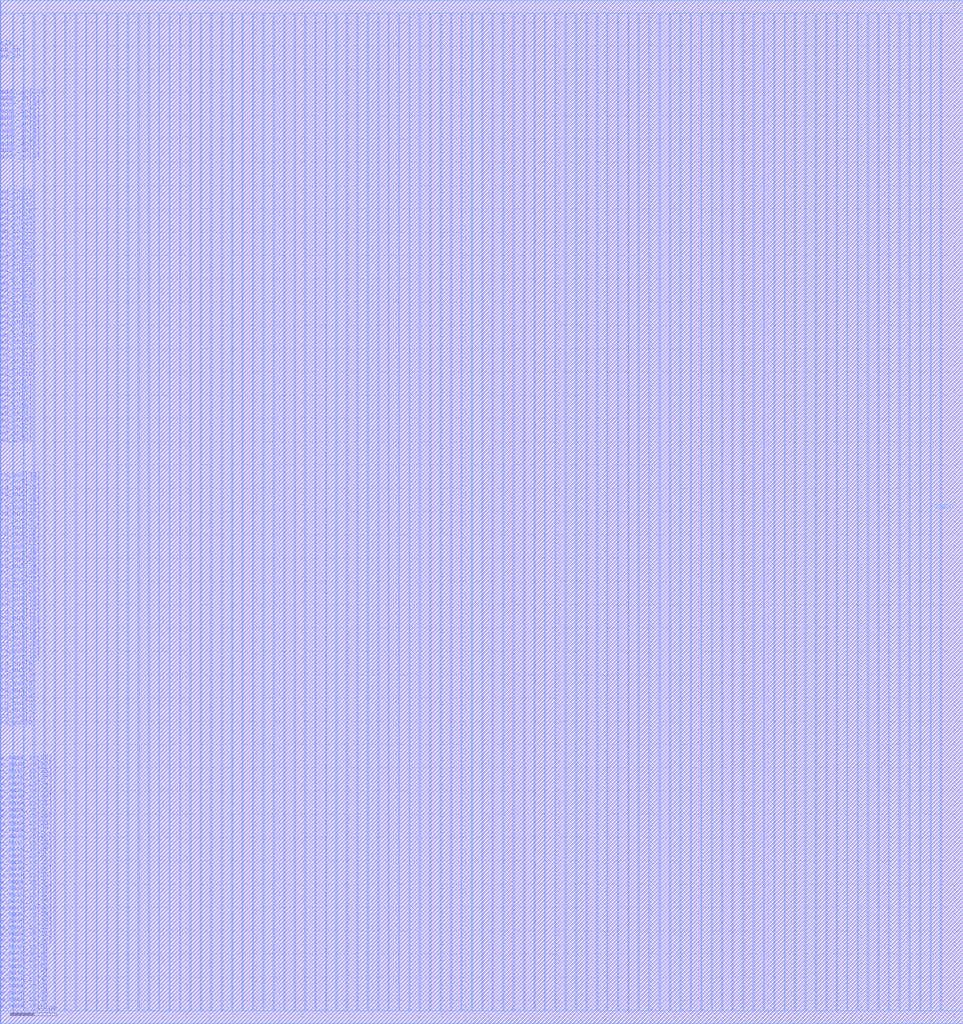
<source format=lef>
VERSION 5.7 ;
BUSBITCHARS "[]" ;
MACRO fakeram45_2048x39_upper
  FOREIGN fakeram45_2048x39_upper 0 0 ;
  SYMMETRY X Y R90 ;
  SIZE 206.910 BY 219.800 ;
  CLASS COVER ;
  PIN w_mask_in[0]
    DIRECTION INPUT ;
    USE SIGNAL ;
    SHAPE ABUTMENT ;
    PORT
      LAYER M3_m ;
      RECT 0.000 2.800 0.070 2.870 ;
    END
  END w_mask_in[0]
  PIN w_mask_in[1]
    DIRECTION INPUT ;
    USE SIGNAL ;
    SHAPE ABUTMENT ;
    PORT
      LAYER M3_m ;
      RECT 0.000 4.200 0.070 4.270 ;
    END
  END w_mask_in[1]
  PIN w_mask_in[2]
    DIRECTION INPUT ;
    USE SIGNAL ;
    SHAPE ABUTMENT ;
    PORT
      LAYER M3_m ;
      RECT 0.000 5.600 0.070 5.670 ;
    END
  END w_mask_in[2]
  PIN w_mask_in[3]
    DIRECTION INPUT ;
    USE SIGNAL ;
    SHAPE ABUTMENT ;
    PORT
      LAYER M3_m ;
      RECT 0.000 7.000 0.070 7.070 ;
    END
  END w_mask_in[3]
  PIN w_mask_in[4]
    DIRECTION INPUT ;
    USE SIGNAL ;
    SHAPE ABUTMENT ;
    PORT
      LAYER M3_m ;
      RECT 0.000 8.400 0.070 8.470 ;
    END
  END w_mask_in[4]
  PIN w_mask_in[5]
    DIRECTION INPUT ;
    USE SIGNAL ;
    SHAPE ABUTMENT ;
    PORT
      LAYER M3_m ;
      RECT 0.000 9.800 0.070 9.870 ;
    END
  END w_mask_in[5]
  PIN w_mask_in[6]
    DIRECTION INPUT ;
    USE SIGNAL ;
    SHAPE ABUTMENT ;
    PORT
      LAYER M3_m ;
      RECT 0.000 11.200 0.070 11.270 ;
    END
  END w_mask_in[6]
  PIN w_mask_in[7]
    DIRECTION INPUT ;
    USE SIGNAL ;
    SHAPE ABUTMENT ;
    PORT
      LAYER M3_m ;
      RECT 0.000 12.600 0.070 12.670 ;
    END
  END w_mask_in[7]
  PIN w_mask_in[8]
    DIRECTION INPUT ;
    USE SIGNAL ;
    SHAPE ABUTMENT ;
    PORT
      LAYER M3_m ;
      RECT 0.000 14.000 0.070 14.070 ;
    END
  END w_mask_in[8]
  PIN w_mask_in[9]
    DIRECTION INPUT ;
    USE SIGNAL ;
    SHAPE ABUTMENT ;
    PORT
      LAYER M3_m ;
      RECT 0.000 15.400 0.070 15.470 ;
    END
  END w_mask_in[9]
  PIN w_mask_in[10]
    DIRECTION INPUT ;
    USE SIGNAL ;
    SHAPE ABUTMENT ;
    PORT
      LAYER M3_m ;
      RECT 0.000 16.800 0.070 16.870 ;
    END
  END w_mask_in[10]
  PIN w_mask_in[11]
    DIRECTION INPUT ;
    USE SIGNAL ;
    SHAPE ABUTMENT ;
    PORT
      LAYER M3_m ;
      RECT 0.000 18.200 0.070 18.270 ;
    END
  END w_mask_in[11]
  PIN w_mask_in[12]
    DIRECTION INPUT ;
    USE SIGNAL ;
    SHAPE ABUTMENT ;
    PORT
      LAYER M3_m ;
      RECT 0.000 19.600 0.070 19.670 ;
    END
  END w_mask_in[12]
  PIN w_mask_in[13]
    DIRECTION INPUT ;
    USE SIGNAL ;
    SHAPE ABUTMENT ;
    PORT
      LAYER M3_m ;
      RECT 0.000 21.000 0.070 21.070 ;
    END
  END w_mask_in[13]
  PIN w_mask_in[14]
    DIRECTION INPUT ;
    USE SIGNAL ;
    SHAPE ABUTMENT ;
    PORT
      LAYER M3_m ;
      RECT 0.000 22.400 0.070 22.470 ;
    END
  END w_mask_in[14]
  PIN w_mask_in[15]
    DIRECTION INPUT ;
    USE SIGNAL ;
    SHAPE ABUTMENT ;
    PORT
      LAYER M3_m ;
      RECT 0.000 23.800 0.070 23.870 ;
    END
  END w_mask_in[15]
  PIN w_mask_in[16]
    DIRECTION INPUT ;
    USE SIGNAL ;
    SHAPE ABUTMENT ;
    PORT
      LAYER M3_m ;
      RECT 0.000 25.200 0.070 25.270 ;
    END
  END w_mask_in[16]
  PIN w_mask_in[17]
    DIRECTION INPUT ;
    USE SIGNAL ;
    SHAPE ABUTMENT ;
    PORT
      LAYER M3_m ;
      RECT 0.000 26.600 0.070 26.670 ;
    END
  END w_mask_in[17]
  PIN w_mask_in[18]
    DIRECTION INPUT ;
    USE SIGNAL ;
    SHAPE ABUTMENT ;
    PORT
      LAYER M3_m ;
      RECT 0.000 28.000 0.070 28.070 ;
    END
  END w_mask_in[18]
  PIN w_mask_in[19]
    DIRECTION INPUT ;
    USE SIGNAL ;
    SHAPE ABUTMENT ;
    PORT
      LAYER M3_m ;
      RECT 0.000 29.400 0.070 29.470 ;
    END
  END w_mask_in[19]
  PIN w_mask_in[20]
    DIRECTION INPUT ;
    USE SIGNAL ;
    SHAPE ABUTMENT ;
    PORT
      LAYER M3_m ;
      RECT 0.000 30.800 0.070 30.870 ;
    END
  END w_mask_in[20]
  PIN w_mask_in[21]
    DIRECTION INPUT ;
    USE SIGNAL ;
    SHAPE ABUTMENT ;
    PORT
      LAYER M3_m ;
      RECT 0.000 32.200 0.070 32.270 ;
    END
  END w_mask_in[21]
  PIN w_mask_in[22]
    DIRECTION INPUT ;
    USE SIGNAL ;
    SHAPE ABUTMENT ;
    PORT
      LAYER M3_m ;
      RECT 0.000 33.600 0.070 33.670 ;
    END
  END w_mask_in[22]
  PIN w_mask_in[23]
    DIRECTION INPUT ;
    USE SIGNAL ;
    SHAPE ABUTMENT ;
    PORT
      LAYER M3_m ;
      RECT 0.000 35.000 0.070 35.070 ;
    END
  END w_mask_in[23]
  PIN w_mask_in[24]
    DIRECTION INPUT ;
    USE SIGNAL ;
    SHAPE ABUTMENT ;
    PORT
      LAYER M3_m ;
      RECT 0.000 36.400 0.070 36.470 ;
    END
  END w_mask_in[24]
  PIN w_mask_in[25]
    DIRECTION INPUT ;
    USE SIGNAL ;
    SHAPE ABUTMENT ;
    PORT
      LAYER M3_m ;
      RECT 0.000 37.800 0.070 37.870 ;
    END
  END w_mask_in[25]
  PIN w_mask_in[26]
    DIRECTION INPUT ;
    USE SIGNAL ;
    SHAPE ABUTMENT ;
    PORT
      LAYER M3_m ;
      RECT 0.000 39.200 0.070 39.270 ;
    END
  END w_mask_in[26]
  PIN w_mask_in[27]
    DIRECTION INPUT ;
    USE SIGNAL ;
    SHAPE ABUTMENT ;
    PORT
      LAYER M3_m ;
      RECT 0.000 40.600 0.070 40.670 ;
    END
  END w_mask_in[27]
  PIN w_mask_in[28]
    DIRECTION INPUT ;
    USE SIGNAL ;
    SHAPE ABUTMENT ;
    PORT
      LAYER M3_m ;
      RECT 0.000 42.000 0.070 42.070 ;
    END
  END w_mask_in[28]
  PIN w_mask_in[29]
    DIRECTION INPUT ;
    USE SIGNAL ;
    SHAPE ABUTMENT ;
    PORT
      LAYER M3_m ;
      RECT 0.000 43.400 0.070 43.470 ;
    END
  END w_mask_in[29]
  PIN w_mask_in[30]
    DIRECTION INPUT ;
    USE SIGNAL ;
    SHAPE ABUTMENT ;
    PORT
      LAYER M3_m ;
      RECT 0.000 44.800 0.070 44.870 ;
    END
  END w_mask_in[30]
  PIN w_mask_in[31]
    DIRECTION INPUT ;
    USE SIGNAL ;
    SHAPE ABUTMENT ;
    PORT
      LAYER M3_m ;
      RECT 0.000 46.200 0.070 46.270 ;
    END
  END w_mask_in[31]
  PIN w_mask_in[32]
    DIRECTION INPUT ;
    USE SIGNAL ;
    SHAPE ABUTMENT ;
    PORT
      LAYER M3_m ;
      RECT 0.000 47.600 0.070 47.670 ;
    END
  END w_mask_in[32]
  PIN w_mask_in[33]
    DIRECTION INPUT ;
    USE SIGNAL ;
    SHAPE ABUTMENT ;
    PORT
      LAYER M3_m ;
      RECT 0.000 49.000 0.070 49.070 ;
    END
  END w_mask_in[33]
  PIN w_mask_in[34]
    DIRECTION INPUT ;
    USE SIGNAL ;
    SHAPE ABUTMENT ;
    PORT
      LAYER M3_m ;
      RECT 0.000 50.400 0.070 50.470 ;
    END
  END w_mask_in[34]
  PIN w_mask_in[35]
    DIRECTION INPUT ;
    USE SIGNAL ;
    SHAPE ABUTMENT ;
    PORT
      LAYER M3_m ;
      RECT 0.000 51.800 0.070 51.870 ;
    END
  END w_mask_in[35]
  PIN w_mask_in[36]
    DIRECTION INPUT ;
    USE SIGNAL ;
    SHAPE ABUTMENT ;
    PORT
      LAYER M3_m ;
      RECT 0.000 53.200 0.070 53.270 ;
    END
  END w_mask_in[36]
  PIN w_mask_in[37]
    DIRECTION INPUT ;
    USE SIGNAL ;
    SHAPE ABUTMENT ;
    PORT
      LAYER M3_m ;
      RECT 0.000 54.600 0.070 54.670 ;
    END
  END w_mask_in[37]
  PIN w_mask_in[38]
    DIRECTION INPUT ;
    USE SIGNAL ;
    SHAPE ABUTMENT ;
    PORT
      LAYER M3_m ;
      RECT 0.000 56.000 0.070 56.070 ;
    END
  END w_mask_in[38]
  PIN rd_out[0]
    DIRECTION OUTPUT ;
    USE SIGNAL ;
    SHAPE ABUTMENT ;
    PORT
      LAYER M3_m ;
      RECT 0.000 63.560 0.070 63.630 ;
    END
  END rd_out[0]
  PIN rd_out[1]
    DIRECTION OUTPUT ;
    USE SIGNAL ;
    SHAPE ABUTMENT ;
    PORT
      LAYER M3_m ;
      RECT 0.000 64.960 0.070 65.030 ;
    END
  END rd_out[1]
  PIN rd_out[2]
    DIRECTION OUTPUT ;
    USE SIGNAL ;
    SHAPE ABUTMENT ;
    PORT
      LAYER M3_m ;
      RECT 0.000 66.360 0.070 66.430 ;
    END
  END rd_out[2]
  PIN rd_out[3]
    DIRECTION OUTPUT ;
    USE SIGNAL ;
    SHAPE ABUTMENT ;
    PORT
      LAYER M3_m ;
      RECT 0.000 67.760 0.070 67.830 ;
    END
  END rd_out[3]
  PIN rd_out[4]
    DIRECTION OUTPUT ;
    USE SIGNAL ;
    SHAPE ABUTMENT ;
    PORT
      LAYER M3_m ;
      RECT 0.000 69.160 0.070 69.230 ;
    END
  END rd_out[4]
  PIN rd_out[5]
    DIRECTION OUTPUT ;
    USE SIGNAL ;
    SHAPE ABUTMENT ;
    PORT
      LAYER M3_m ;
      RECT 0.000 70.560 0.070 70.630 ;
    END
  END rd_out[5]
  PIN rd_out[6]
    DIRECTION OUTPUT ;
    USE SIGNAL ;
    SHAPE ABUTMENT ;
    PORT
      LAYER M3_m ;
      RECT 0.000 71.960 0.070 72.030 ;
    END
  END rd_out[6]
  PIN rd_out[7]
    DIRECTION OUTPUT ;
    USE SIGNAL ;
    SHAPE ABUTMENT ;
    PORT
      LAYER M3_m ;
      RECT 0.000 73.360 0.070 73.430 ;
    END
  END rd_out[7]
  PIN rd_out[8]
    DIRECTION OUTPUT ;
    USE SIGNAL ;
    SHAPE ABUTMENT ;
    PORT
      LAYER M3_m ;
      RECT 0.000 74.760 0.070 74.830 ;
    END
  END rd_out[8]
  PIN rd_out[9]
    DIRECTION OUTPUT ;
    USE SIGNAL ;
    SHAPE ABUTMENT ;
    PORT
      LAYER M3_m ;
      RECT 0.000 76.160 0.070 76.230 ;
    END
  END rd_out[9]
  PIN rd_out[10]
    DIRECTION OUTPUT ;
    USE SIGNAL ;
    SHAPE ABUTMENT ;
    PORT
      LAYER M3_m ;
      RECT 0.000 77.560 0.070 77.630 ;
    END
  END rd_out[10]
  PIN rd_out[11]
    DIRECTION OUTPUT ;
    USE SIGNAL ;
    SHAPE ABUTMENT ;
    PORT
      LAYER M3_m ;
      RECT 0.000 78.960 0.070 79.030 ;
    END
  END rd_out[11]
  PIN rd_out[12]
    DIRECTION OUTPUT ;
    USE SIGNAL ;
    SHAPE ABUTMENT ;
    PORT
      LAYER M3_m ;
      RECT 0.000 80.360 0.070 80.430 ;
    END
  END rd_out[12]
  PIN rd_out[13]
    DIRECTION OUTPUT ;
    USE SIGNAL ;
    SHAPE ABUTMENT ;
    PORT
      LAYER M3_m ;
      RECT 0.000 81.760 0.070 81.830 ;
    END
  END rd_out[13]
  PIN rd_out[14]
    DIRECTION OUTPUT ;
    USE SIGNAL ;
    SHAPE ABUTMENT ;
    PORT
      LAYER M3_m ;
      RECT 0.000 83.160 0.070 83.230 ;
    END
  END rd_out[14]
  PIN rd_out[15]
    DIRECTION OUTPUT ;
    USE SIGNAL ;
    SHAPE ABUTMENT ;
    PORT
      LAYER M3_m ;
      RECT 0.000 84.560 0.070 84.630 ;
    END
  END rd_out[15]
  PIN rd_out[16]
    DIRECTION OUTPUT ;
    USE SIGNAL ;
    SHAPE ABUTMENT ;
    PORT
      LAYER M3_m ;
      RECT 0.000 85.960 0.070 86.030 ;
    END
  END rd_out[16]
  PIN rd_out[17]
    DIRECTION OUTPUT ;
    USE SIGNAL ;
    SHAPE ABUTMENT ;
    PORT
      LAYER M3_m ;
      RECT 0.000 87.360 0.070 87.430 ;
    END
  END rd_out[17]
  PIN rd_out[18]
    DIRECTION OUTPUT ;
    USE SIGNAL ;
    SHAPE ABUTMENT ;
    PORT
      LAYER M3_m ;
      RECT 0.000 88.760 0.070 88.830 ;
    END
  END rd_out[18]
  PIN rd_out[19]
    DIRECTION OUTPUT ;
    USE SIGNAL ;
    SHAPE ABUTMENT ;
    PORT
      LAYER M3_m ;
      RECT 0.000 90.160 0.070 90.230 ;
    END
  END rd_out[19]
  PIN rd_out[20]
    DIRECTION OUTPUT ;
    USE SIGNAL ;
    SHAPE ABUTMENT ;
    PORT
      LAYER M3_m ;
      RECT 0.000 91.560 0.070 91.630 ;
    END
  END rd_out[20]
  PIN rd_out[21]
    DIRECTION OUTPUT ;
    USE SIGNAL ;
    SHAPE ABUTMENT ;
    PORT
      LAYER M3_m ;
      RECT 0.000 92.960 0.070 93.030 ;
    END
  END rd_out[21]
  PIN rd_out[22]
    DIRECTION OUTPUT ;
    USE SIGNAL ;
    SHAPE ABUTMENT ;
    PORT
      LAYER M3_m ;
      RECT 0.000 94.360 0.070 94.430 ;
    END
  END rd_out[22]
  PIN rd_out[23]
    DIRECTION OUTPUT ;
    USE SIGNAL ;
    SHAPE ABUTMENT ;
    PORT
      LAYER M3_m ;
      RECT 0.000 95.760 0.070 95.830 ;
    END
  END rd_out[23]
  PIN rd_out[24]
    DIRECTION OUTPUT ;
    USE SIGNAL ;
    SHAPE ABUTMENT ;
    PORT
      LAYER M3_m ;
      RECT 0.000 97.160 0.070 97.230 ;
    END
  END rd_out[24]
  PIN rd_out[25]
    DIRECTION OUTPUT ;
    USE SIGNAL ;
    SHAPE ABUTMENT ;
    PORT
      LAYER M3_m ;
      RECT 0.000 98.560 0.070 98.630 ;
    END
  END rd_out[25]
  PIN rd_out[26]
    DIRECTION OUTPUT ;
    USE SIGNAL ;
    SHAPE ABUTMENT ;
    PORT
      LAYER M3_m ;
      RECT 0.000 99.960 0.070 100.030 ;
    END
  END rd_out[26]
  PIN rd_out[27]
    DIRECTION OUTPUT ;
    USE SIGNAL ;
    SHAPE ABUTMENT ;
    PORT
      LAYER M3_m ;
      RECT 0.000 101.360 0.070 101.430 ;
    END
  END rd_out[27]
  PIN rd_out[28]
    DIRECTION OUTPUT ;
    USE SIGNAL ;
    SHAPE ABUTMENT ;
    PORT
      LAYER M3_m ;
      RECT 0.000 102.760 0.070 102.830 ;
    END
  END rd_out[28]
  PIN rd_out[29]
    DIRECTION OUTPUT ;
    USE SIGNAL ;
    SHAPE ABUTMENT ;
    PORT
      LAYER M3_m ;
      RECT 0.000 104.160 0.070 104.230 ;
    END
  END rd_out[29]
  PIN rd_out[30]
    DIRECTION OUTPUT ;
    USE SIGNAL ;
    SHAPE ABUTMENT ;
    PORT
      LAYER M3_m ;
      RECT 0.000 105.560 0.070 105.630 ;
    END
  END rd_out[30]
  PIN rd_out[31]
    DIRECTION OUTPUT ;
    USE SIGNAL ;
    SHAPE ABUTMENT ;
    PORT
      LAYER M3_m ;
      RECT 0.000 106.960 0.070 107.030 ;
    END
  END rd_out[31]
  PIN rd_out[32]
    DIRECTION OUTPUT ;
    USE SIGNAL ;
    SHAPE ABUTMENT ;
    PORT
      LAYER M3_m ;
      RECT 0.000 108.360 0.070 108.430 ;
    END
  END rd_out[32]
  PIN rd_out[33]
    DIRECTION OUTPUT ;
    USE SIGNAL ;
    SHAPE ABUTMENT ;
    PORT
      LAYER M3_m ;
      RECT 0.000 109.760 0.070 109.830 ;
    END
  END rd_out[33]
  PIN rd_out[34]
    DIRECTION OUTPUT ;
    USE SIGNAL ;
    SHAPE ABUTMENT ;
    PORT
      LAYER M3_m ;
      RECT 0.000 111.160 0.070 111.230 ;
    END
  END rd_out[34]
  PIN rd_out[35]
    DIRECTION OUTPUT ;
    USE SIGNAL ;
    SHAPE ABUTMENT ;
    PORT
      LAYER M3_m ;
      RECT 0.000 112.560 0.070 112.630 ;
    END
  END rd_out[35]
  PIN rd_out[36]
    DIRECTION OUTPUT ;
    USE SIGNAL ;
    SHAPE ABUTMENT ;
    PORT
      LAYER M3_m ;
      RECT 0.000 113.960 0.070 114.030 ;
    END
  END rd_out[36]
  PIN rd_out[37]
    DIRECTION OUTPUT ;
    USE SIGNAL ;
    SHAPE ABUTMENT ;
    PORT
      LAYER M3_m ;
      RECT 0.000 115.360 0.070 115.430 ;
    END
  END rd_out[37]
  PIN rd_out[38]
    DIRECTION OUTPUT ;
    USE SIGNAL ;
    SHAPE ABUTMENT ;
    PORT
      LAYER M3_m ;
      RECT 0.000 116.760 0.070 116.830 ;
    END
  END rd_out[38]
  PIN wd_in[0]
    DIRECTION INPUT ;
    USE SIGNAL ;
    SHAPE ABUTMENT ;
    PORT
      LAYER M3_m ;
      RECT 0.000 124.320 0.070 124.390 ;
    END
  END wd_in[0]
  PIN wd_in[1]
    DIRECTION INPUT ;
    USE SIGNAL ;
    SHAPE ABUTMENT ;
    PORT
      LAYER M3_m ;
      RECT 0.000 125.720 0.070 125.790 ;
    END
  END wd_in[1]
  PIN wd_in[2]
    DIRECTION INPUT ;
    USE SIGNAL ;
    SHAPE ABUTMENT ;
    PORT
      LAYER M3_m ;
      RECT 0.000 127.120 0.070 127.190 ;
    END
  END wd_in[2]
  PIN wd_in[3]
    DIRECTION INPUT ;
    USE SIGNAL ;
    SHAPE ABUTMENT ;
    PORT
      LAYER M3_m ;
      RECT 0.000 128.520 0.070 128.590 ;
    END
  END wd_in[3]
  PIN wd_in[4]
    DIRECTION INPUT ;
    USE SIGNAL ;
    SHAPE ABUTMENT ;
    PORT
      LAYER M3_m ;
      RECT 0.000 129.920 0.070 129.990 ;
    END
  END wd_in[4]
  PIN wd_in[5]
    DIRECTION INPUT ;
    USE SIGNAL ;
    SHAPE ABUTMENT ;
    PORT
      LAYER M3_m ;
      RECT 0.000 131.320 0.070 131.390 ;
    END
  END wd_in[5]
  PIN wd_in[6]
    DIRECTION INPUT ;
    USE SIGNAL ;
    SHAPE ABUTMENT ;
    PORT
      LAYER M3_m ;
      RECT 0.000 132.720 0.070 132.790 ;
    END
  END wd_in[6]
  PIN wd_in[7]
    DIRECTION INPUT ;
    USE SIGNAL ;
    SHAPE ABUTMENT ;
    PORT
      LAYER M3_m ;
      RECT 0.000 134.120 0.070 134.190 ;
    END
  END wd_in[7]
  PIN wd_in[8]
    DIRECTION INPUT ;
    USE SIGNAL ;
    SHAPE ABUTMENT ;
    PORT
      LAYER M3_m ;
      RECT 0.000 135.520 0.070 135.590 ;
    END
  END wd_in[8]
  PIN wd_in[9]
    DIRECTION INPUT ;
    USE SIGNAL ;
    SHAPE ABUTMENT ;
    PORT
      LAYER M3_m ;
      RECT 0.000 136.920 0.070 136.990 ;
    END
  END wd_in[9]
  PIN wd_in[10]
    DIRECTION INPUT ;
    USE SIGNAL ;
    SHAPE ABUTMENT ;
    PORT
      LAYER M3_m ;
      RECT 0.000 138.320 0.070 138.390 ;
    END
  END wd_in[10]
  PIN wd_in[11]
    DIRECTION INPUT ;
    USE SIGNAL ;
    SHAPE ABUTMENT ;
    PORT
      LAYER M3_m ;
      RECT 0.000 139.720 0.070 139.790 ;
    END
  END wd_in[11]
  PIN wd_in[12]
    DIRECTION INPUT ;
    USE SIGNAL ;
    SHAPE ABUTMENT ;
    PORT
      LAYER M3_m ;
      RECT 0.000 141.120 0.070 141.190 ;
    END
  END wd_in[12]
  PIN wd_in[13]
    DIRECTION INPUT ;
    USE SIGNAL ;
    SHAPE ABUTMENT ;
    PORT
      LAYER M3_m ;
      RECT 0.000 142.520 0.070 142.590 ;
    END
  END wd_in[13]
  PIN wd_in[14]
    DIRECTION INPUT ;
    USE SIGNAL ;
    SHAPE ABUTMENT ;
    PORT
      LAYER M3_m ;
      RECT 0.000 143.920 0.070 143.990 ;
    END
  END wd_in[14]
  PIN wd_in[15]
    DIRECTION INPUT ;
    USE SIGNAL ;
    SHAPE ABUTMENT ;
    PORT
      LAYER M3_m ;
      RECT 0.000 145.320 0.070 145.390 ;
    END
  END wd_in[15]
  PIN wd_in[16]
    DIRECTION INPUT ;
    USE SIGNAL ;
    SHAPE ABUTMENT ;
    PORT
      LAYER M3_m ;
      RECT 0.000 146.720 0.070 146.790 ;
    END
  END wd_in[16]
  PIN wd_in[17]
    DIRECTION INPUT ;
    USE SIGNAL ;
    SHAPE ABUTMENT ;
    PORT
      LAYER M3_m ;
      RECT 0.000 148.120 0.070 148.190 ;
    END
  END wd_in[17]
  PIN wd_in[18]
    DIRECTION INPUT ;
    USE SIGNAL ;
    SHAPE ABUTMENT ;
    PORT
      LAYER M3_m ;
      RECT 0.000 149.520 0.070 149.590 ;
    END
  END wd_in[18]
  PIN wd_in[19]
    DIRECTION INPUT ;
    USE SIGNAL ;
    SHAPE ABUTMENT ;
    PORT
      LAYER M3_m ;
      RECT 0.000 150.920 0.070 150.990 ;
    END
  END wd_in[19]
  PIN wd_in[20]
    DIRECTION INPUT ;
    USE SIGNAL ;
    SHAPE ABUTMENT ;
    PORT
      LAYER M3_m ;
      RECT 0.000 152.320 0.070 152.390 ;
    END
  END wd_in[20]
  PIN wd_in[21]
    DIRECTION INPUT ;
    USE SIGNAL ;
    SHAPE ABUTMENT ;
    PORT
      LAYER M3_m ;
      RECT 0.000 153.720 0.070 153.790 ;
    END
  END wd_in[21]
  PIN wd_in[22]
    DIRECTION INPUT ;
    USE SIGNAL ;
    SHAPE ABUTMENT ;
    PORT
      LAYER M3_m ;
      RECT 0.000 155.120 0.070 155.190 ;
    END
  END wd_in[22]
  PIN wd_in[23]
    DIRECTION INPUT ;
    USE SIGNAL ;
    SHAPE ABUTMENT ;
    PORT
      LAYER M3_m ;
      RECT 0.000 156.520 0.070 156.590 ;
    END
  END wd_in[23]
  PIN wd_in[24]
    DIRECTION INPUT ;
    USE SIGNAL ;
    SHAPE ABUTMENT ;
    PORT
      LAYER M3_m ;
      RECT 0.000 157.920 0.070 157.990 ;
    END
  END wd_in[24]
  PIN wd_in[25]
    DIRECTION INPUT ;
    USE SIGNAL ;
    SHAPE ABUTMENT ;
    PORT
      LAYER M3_m ;
      RECT 0.000 159.320 0.070 159.390 ;
    END
  END wd_in[25]
  PIN wd_in[26]
    DIRECTION INPUT ;
    USE SIGNAL ;
    SHAPE ABUTMENT ;
    PORT
      LAYER M3_m ;
      RECT 0.000 160.720 0.070 160.790 ;
    END
  END wd_in[26]
  PIN wd_in[27]
    DIRECTION INPUT ;
    USE SIGNAL ;
    SHAPE ABUTMENT ;
    PORT
      LAYER M3_m ;
      RECT 0.000 162.120 0.070 162.190 ;
    END
  END wd_in[27]
  PIN wd_in[28]
    DIRECTION INPUT ;
    USE SIGNAL ;
    SHAPE ABUTMENT ;
    PORT
      LAYER M3_m ;
      RECT 0.000 163.520 0.070 163.590 ;
    END
  END wd_in[28]
  PIN wd_in[29]
    DIRECTION INPUT ;
    USE SIGNAL ;
    SHAPE ABUTMENT ;
    PORT
      LAYER M3_m ;
      RECT 0.000 164.920 0.070 164.990 ;
    END
  END wd_in[29]
  PIN wd_in[30]
    DIRECTION INPUT ;
    USE SIGNAL ;
    SHAPE ABUTMENT ;
    PORT
      LAYER M3_m ;
      RECT 0.000 166.320 0.070 166.390 ;
    END
  END wd_in[30]
  PIN wd_in[31]
    DIRECTION INPUT ;
    USE SIGNAL ;
    SHAPE ABUTMENT ;
    PORT
      LAYER M3_m ;
      RECT 0.000 167.720 0.070 167.790 ;
    END
  END wd_in[31]
  PIN wd_in[32]
    DIRECTION INPUT ;
    USE SIGNAL ;
    SHAPE ABUTMENT ;
    PORT
      LAYER M3_m ;
      RECT 0.000 169.120 0.070 169.190 ;
    END
  END wd_in[32]
  PIN wd_in[33]
    DIRECTION INPUT ;
    USE SIGNAL ;
    SHAPE ABUTMENT ;
    PORT
      LAYER M3_m ;
      RECT 0.000 170.520 0.070 170.590 ;
    END
  END wd_in[33]
  PIN wd_in[34]
    DIRECTION INPUT ;
    USE SIGNAL ;
    SHAPE ABUTMENT ;
    PORT
      LAYER M3_m ;
      RECT 0.000 171.920 0.070 171.990 ;
    END
  END wd_in[34]
  PIN wd_in[35]
    DIRECTION INPUT ;
    USE SIGNAL ;
    SHAPE ABUTMENT ;
    PORT
      LAYER M3_m ;
      RECT 0.000 173.320 0.070 173.390 ;
    END
  END wd_in[35]
  PIN wd_in[36]
    DIRECTION INPUT ;
    USE SIGNAL ;
    SHAPE ABUTMENT ;
    PORT
      LAYER M3_m ;
      RECT 0.000 174.720 0.070 174.790 ;
    END
  END wd_in[36]
  PIN wd_in[37]
    DIRECTION INPUT ;
    USE SIGNAL ;
    SHAPE ABUTMENT ;
    PORT
      LAYER M3_m ;
      RECT 0.000 176.120 0.070 176.190 ;
    END
  END wd_in[37]
  PIN wd_in[38]
    DIRECTION INPUT ;
    USE SIGNAL ;
    SHAPE ABUTMENT ;
    PORT
      LAYER M3_m ;
      RECT 0.000 177.520 0.070 177.590 ;
    END
  END wd_in[38]
  PIN addr_in[0]
    DIRECTION INPUT ;
    USE SIGNAL ;
    SHAPE ABUTMENT ;
    PORT
      LAYER M3_m ;
      RECT 0.000 185.080 0.070 185.150 ;
    END
  END addr_in[0]
  PIN addr_in[1]
    DIRECTION INPUT ;
    USE SIGNAL ;
    SHAPE ABUTMENT ;
    PORT
      LAYER M3_m ;
      RECT 0.000 186.480 0.070 186.550 ;
    END
  END addr_in[1]
  PIN addr_in[2]
    DIRECTION INPUT ;
    USE SIGNAL ;
    SHAPE ABUTMENT ;
    PORT
      LAYER M3_m ;
      RECT 0.000 187.880 0.070 187.950 ;
    END
  END addr_in[2]
  PIN addr_in[3]
    DIRECTION INPUT ;
    USE SIGNAL ;
    SHAPE ABUTMENT ;
    PORT
      LAYER M3_m ;
      RECT 0.000 189.280 0.070 189.350 ;
    END
  END addr_in[3]
  PIN addr_in[4]
    DIRECTION INPUT ;
    USE SIGNAL ;
    SHAPE ABUTMENT ;
    PORT
      LAYER M3_m ;
      RECT 0.000 190.680 0.070 190.750 ;
    END
  END addr_in[4]
  PIN addr_in[5]
    DIRECTION INPUT ;
    USE SIGNAL ;
    SHAPE ABUTMENT ;
    PORT
      LAYER M3_m ;
      RECT 0.000 192.080 0.070 192.150 ;
    END
  END addr_in[5]
  PIN addr_in[6]
    DIRECTION INPUT ;
    USE SIGNAL ;
    SHAPE ABUTMENT ;
    PORT
      LAYER M3_m ;
      RECT 0.000 193.480 0.070 193.550 ;
    END
  END addr_in[6]
  PIN addr_in[7]
    DIRECTION INPUT ;
    USE SIGNAL ;
    SHAPE ABUTMENT ;
    PORT
      LAYER M3_m ;
      RECT 0.000 194.880 0.070 194.950 ;
    END
  END addr_in[7]
  PIN addr_in[8]
    DIRECTION INPUT ;
    USE SIGNAL ;
    SHAPE ABUTMENT ;
    PORT
      LAYER M3_m ;
      RECT 0.000 196.280 0.070 196.350 ;
    END
  END addr_in[8]
  PIN addr_in[9]
    DIRECTION INPUT ;
    USE SIGNAL ;
    SHAPE ABUTMENT ;
    PORT
      LAYER M3_m ;
      RECT 0.000 197.680 0.070 197.750 ;
    END
  END addr_in[9]
  PIN addr_in[10]
    DIRECTION INPUT ;
    USE SIGNAL ;
    SHAPE ABUTMENT ;
    PORT
      LAYER M3_m ;
      RECT 0.000 199.080 0.070 199.150 ;
    END
  END addr_in[10]
  PIN we_in
    DIRECTION INPUT ;
    USE SIGNAL ;
    SHAPE ABUTMENT ;
    PORT
      LAYER M3_m ;
      RECT 0.000 206.640 0.070 206.710 ;
    END
  END we_in
  PIN ce_in
    DIRECTION INPUT ;
    USE SIGNAL ;
    SHAPE ABUTMENT ;
    PORT
      LAYER M3_m ;
      RECT 0.000 208.040 0.070 208.110 ;
    END
  END ce_in
  PIN clk
    DIRECTION INPUT ;
    USE SIGNAL ;
    SHAPE ABUTMENT ;
    PORT
      LAYER M3_m ;
      RECT 0.000 209.440 0.070 209.510 ;
    END
  END clk
  PIN VSS
    DIRECTION INOUT ;
    USE GROUND ;
    PORT
      LAYER M4_m ;
      RECT 2.660 2.800 2.940 217.000 ;
      RECT 7.140 2.800 7.420 217.000 ;
      RECT 11.620 2.800 11.900 217.000 ;
      RECT 16.100 2.800 16.380 217.000 ;
      RECT 20.580 2.800 20.860 217.000 ;
      RECT 25.060 2.800 25.340 217.000 ;
      RECT 29.540 2.800 29.820 217.000 ;
      RECT 34.020 2.800 34.300 217.000 ;
      RECT 38.500 2.800 38.780 217.000 ;
      RECT 42.980 2.800 43.260 217.000 ;
      RECT 47.460 2.800 47.740 217.000 ;
      RECT 51.940 2.800 52.220 217.000 ;
      RECT 56.420 2.800 56.700 217.000 ;
      RECT 60.900 2.800 61.180 217.000 ;
      RECT 65.380 2.800 65.660 217.000 ;
      RECT 69.860 2.800 70.140 217.000 ;
      RECT 74.340 2.800 74.620 217.000 ;
      RECT 78.820 2.800 79.100 217.000 ;
      RECT 83.300 2.800 83.580 217.000 ;
      RECT 87.780 2.800 88.060 217.000 ;
      RECT 92.260 2.800 92.540 217.000 ;
      RECT 96.740 2.800 97.020 217.000 ;
      RECT 101.220 2.800 101.500 217.000 ;
      RECT 105.700 2.800 105.980 217.000 ;
      RECT 110.180 2.800 110.460 217.000 ;
      RECT 114.660 2.800 114.940 217.000 ;
      RECT 119.140 2.800 119.420 217.000 ;
      RECT 123.620 2.800 123.900 217.000 ;
      RECT 128.100 2.800 128.380 217.000 ;
      RECT 132.580 2.800 132.860 217.000 ;
      RECT 137.060 2.800 137.340 217.000 ;
      RECT 141.540 2.800 141.820 217.000 ;
      RECT 146.020 2.800 146.300 217.000 ;
      RECT 150.500 2.800 150.780 217.000 ;
      RECT 154.980 2.800 155.260 217.000 ;
      RECT 159.460 2.800 159.740 217.000 ;
      RECT 163.940 2.800 164.220 217.000 ;
      RECT 168.420 2.800 168.700 217.000 ;
      RECT 172.900 2.800 173.180 217.000 ;
      RECT 177.380 2.800 177.660 217.000 ;
      RECT 181.860 2.800 182.140 217.000 ;
      RECT 186.340 2.800 186.620 217.000 ;
      RECT 190.820 2.800 191.100 217.000 ;
      RECT 195.300 2.800 195.580 217.000 ;
      RECT 199.780 2.800 200.060 217.000 ;
    END
  END VSS
  PIN VDD
    DIRECTION INOUT ;
    USE POWER ;
    PORT
      LAYER M4_m ;
      RECT 4.900 2.800 5.180 217.000 ;
      RECT 9.380 2.800 9.660 217.000 ;
      RECT 13.860 2.800 14.140 217.000 ;
      RECT 18.340 2.800 18.620 217.000 ;
      RECT 22.820 2.800 23.100 217.000 ;
      RECT 27.300 2.800 27.580 217.000 ;
      RECT 31.780 2.800 32.060 217.000 ;
      RECT 36.260 2.800 36.540 217.000 ;
      RECT 40.740 2.800 41.020 217.000 ;
      RECT 45.220 2.800 45.500 217.000 ;
      RECT 49.700 2.800 49.980 217.000 ;
      RECT 54.180 2.800 54.460 217.000 ;
      RECT 58.660 2.800 58.940 217.000 ;
      RECT 63.140 2.800 63.420 217.000 ;
      RECT 67.620 2.800 67.900 217.000 ;
      RECT 72.100 2.800 72.380 217.000 ;
      RECT 76.580 2.800 76.860 217.000 ;
      RECT 81.060 2.800 81.340 217.000 ;
      RECT 85.540 2.800 85.820 217.000 ;
      RECT 90.020 2.800 90.300 217.000 ;
      RECT 94.500 2.800 94.780 217.000 ;
      RECT 98.980 2.800 99.260 217.000 ;
      RECT 103.460 2.800 103.740 217.000 ;
      RECT 107.940 2.800 108.220 217.000 ;
      RECT 112.420 2.800 112.700 217.000 ;
      RECT 116.900 2.800 117.180 217.000 ;
      RECT 121.380 2.800 121.660 217.000 ;
      RECT 125.860 2.800 126.140 217.000 ;
      RECT 130.340 2.800 130.620 217.000 ;
      RECT 134.820 2.800 135.100 217.000 ;
      RECT 139.300 2.800 139.580 217.000 ;
      RECT 143.780 2.800 144.060 217.000 ;
      RECT 148.260 2.800 148.540 217.000 ;
      RECT 152.740 2.800 153.020 217.000 ;
      RECT 157.220 2.800 157.500 217.000 ;
      RECT 161.700 2.800 161.980 217.000 ;
      RECT 166.180 2.800 166.460 217.000 ;
      RECT 170.660 2.800 170.940 217.000 ;
      RECT 175.140 2.800 175.420 217.000 ;
      RECT 179.620 2.800 179.900 217.000 ;
      RECT 184.100 2.800 184.380 217.000 ;
      RECT 188.580 2.800 188.860 217.000 ;
      RECT 193.060 2.800 193.340 217.000 ;
      RECT 197.540 2.800 197.820 217.000 ;
      RECT 202.020 2.800 202.300 217.000 ;
    END
  END VDD
  OBS
    LAYER M1_m ;
    RECT 0 0 206.910 219.800 ;
    LAYER M2_m ;
    RECT 0 0 206.910 219.800 ;
    LAYER M3_m ;
    RECT 0.070 0 206.910 219.800 ;
    RECT 0 0.000 0.070 2.800 ;
    RECT 0 2.870 0.070 4.200 ;
    RECT 0 4.270 0.070 5.600 ;
    RECT 0 5.670 0.070 7.000 ;
    RECT 0 7.070 0.070 8.400 ;
    RECT 0 8.470 0.070 9.800 ;
    RECT 0 9.870 0.070 11.200 ;
    RECT 0 11.270 0.070 12.600 ;
    RECT 0 12.670 0.070 14.000 ;
    RECT 0 14.070 0.070 15.400 ;
    RECT 0 15.470 0.070 16.800 ;
    RECT 0 16.870 0.070 18.200 ;
    RECT 0 18.270 0.070 19.600 ;
    RECT 0 19.670 0.070 21.000 ;
    RECT 0 21.070 0.070 22.400 ;
    RECT 0 22.470 0.070 23.800 ;
    RECT 0 23.870 0.070 25.200 ;
    RECT 0 25.270 0.070 26.600 ;
    RECT 0 26.670 0.070 28.000 ;
    RECT 0 28.070 0.070 29.400 ;
    RECT 0 29.470 0.070 30.800 ;
    RECT 0 30.870 0.070 32.200 ;
    RECT 0 32.270 0.070 33.600 ;
    RECT 0 33.670 0.070 35.000 ;
    RECT 0 35.070 0.070 36.400 ;
    RECT 0 36.470 0.070 37.800 ;
    RECT 0 37.870 0.070 39.200 ;
    RECT 0 39.270 0.070 40.600 ;
    RECT 0 40.670 0.070 42.000 ;
    RECT 0 42.070 0.070 43.400 ;
    RECT 0 43.470 0.070 44.800 ;
    RECT 0 44.870 0.070 46.200 ;
    RECT 0 46.270 0.070 47.600 ;
    RECT 0 47.670 0.070 49.000 ;
    RECT 0 49.070 0.070 50.400 ;
    RECT 0 50.470 0.070 51.800 ;
    RECT 0 51.870 0.070 53.200 ;
    RECT 0 53.270 0.070 54.600 ;
    RECT 0 54.670 0.070 56.000 ;
    RECT 0 56.070 0.070 63.560 ;
    RECT 0 63.630 0.070 64.960 ;
    RECT 0 65.030 0.070 66.360 ;
    RECT 0 66.430 0.070 67.760 ;
    RECT 0 67.830 0.070 69.160 ;
    RECT 0 69.230 0.070 70.560 ;
    RECT 0 70.630 0.070 71.960 ;
    RECT 0 72.030 0.070 73.360 ;
    RECT 0 73.430 0.070 74.760 ;
    RECT 0 74.830 0.070 76.160 ;
    RECT 0 76.230 0.070 77.560 ;
    RECT 0 77.630 0.070 78.960 ;
    RECT 0 79.030 0.070 80.360 ;
    RECT 0 80.430 0.070 81.760 ;
    RECT 0 81.830 0.070 83.160 ;
    RECT 0 83.230 0.070 84.560 ;
    RECT 0 84.630 0.070 85.960 ;
    RECT 0 86.030 0.070 87.360 ;
    RECT 0 87.430 0.070 88.760 ;
    RECT 0 88.830 0.070 90.160 ;
    RECT 0 90.230 0.070 91.560 ;
    RECT 0 91.630 0.070 92.960 ;
    RECT 0 93.030 0.070 94.360 ;
    RECT 0 94.430 0.070 95.760 ;
    RECT 0 95.830 0.070 97.160 ;
    RECT 0 97.230 0.070 98.560 ;
    RECT 0 98.630 0.070 99.960 ;
    RECT 0 100.030 0.070 101.360 ;
    RECT 0 101.430 0.070 102.760 ;
    RECT 0 102.830 0.070 104.160 ;
    RECT 0 104.230 0.070 105.560 ;
    RECT 0 105.630 0.070 106.960 ;
    RECT 0 107.030 0.070 108.360 ;
    RECT 0 108.430 0.070 109.760 ;
    RECT 0 109.830 0.070 111.160 ;
    RECT 0 111.230 0.070 112.560 ;
    RECT 0 112.630 0.070 113.960 ;
    RECT 0 114.030 0.070 115.360 ;
    RECT 0 115.430 0.070 116.760 ;
    RECT 0 116.830 0.070 124.320 ;
    RECT 0 124.390 0.070 125.720 ;
    RECT 0 125.790 0.070 127.120 ;
    RECT 0 127.190 0.070 128.520 ;
    RECT 0 128.590 0.070 129.920 ;
    RECT 0 129.990 0.070 131.320 ;
    RECT 0 131.390 0.070 132.720 ;
    RECT 0 132.790 0.070 134.120 ;
    RECT 0 134.190 0.070 135.520 ;
    RECT 0 135.590 0.070 136.920 ;
    RECT 0 136.990 0.070 138.320 ;
    RECT 0 138.390 0.070 139.720 ;
    RECT 0 139.790 0.070 141.120 ;
    RECT 0 141.190 0.070 142.520 ;
    RECT 0 142.590 0.070 143.920 ;
    RECT 0 143.990 0.070 145.320 ;
    RECT 0 145.390 0.070 146.720 ;
    RECT 0 146.790 0.070 148.120 ;
    RECT 0 148.190 0.070 149.520 ;
    RECT 0 149.590 0.070 150.920 ;
    RECT 0 150.990 0.070 152.320 ;
    RECT 0 152.390 0.070 153.720 ;
    RECT 0 153.790 0.070 155.120 ;
    RECT 0 155.190 0.070 156.520 ;
    RECT 0 156.590 0.070 157.920 ;
    RECT 0 157.990 0.070 159.320 ;
    RECT 0 159.390 0.070 160.720 ;
    RECT 0 160.790 0.070 162.120 ;
    RECT 0 162.190 0.070 163.520 ;
    RECT 0 163.590 0.070 164.920 ;
    RECT 0 164.990 0.070 166.320 ;
    RECT 0 166.390 0.070 167.720 ;
    RECT 0 167.790 0.070 169.120 ;
    RECT 0 169.190 0.070 170.520 ;
    RECT 0 170.590 0.070 171.920 ;
    RECT 0 171.990 0.070 173.320 ;
    RECT 0 173.390 0.070 174.720 ;
    RECT 0 174.790 0.070 176.120 ;
    RECT 0 176.190 0.070 177.520 ;
    RECT 0 177.590 0.070 185.080 ;
    RECT 0 185.150 0.070 186.480 ;
    RECT 0 186.550 0.070 187.880 ;
    RECT 0 187.950 0.070 189.280 ;
    RECT 0 189.350 0.070 190.680 ;
    RECT 0 190.750 0.070 192.080 ;
    RECT 0 192.150 0.070 193.480 ;
    RECT 0 193.550 0.070 194.880 ;
    RECT 0 194.950 0.070 196.280 ;
    RECT 0 196.350 0.070 197.680 ;
    RECT 0 197.750 0.070 199.080 ;
    RECT 0 199.150 0.070 206.640 ;
    RECT 0 206.710 0.070 208.040 ;
    RECT 0 208.110 0.070 209.440 ;
    RECT 0 209.510 0.070 219.800 ;
    LAYER M4_m ;
    RECT 0 0 206.910 2.800 ;
    RECT 0 217.000 206.910 219.800 ;
    RECT 0.000 2.800 2.660 217.000 ;
    RECT 2.940 2.800 4.900 217.000 ;
    RECT 5.180 2.800 7.140 217.000 ;
    RECT 7.420 2.800 9.380 217.000 ;
    RECT 9.660 2.800 11.620 217.000 ;
    RECT 11.900 2.800 13.860 217.000 ;
    RECT 14.140 2.800 16.100 217.000 ;
    RECT 16.380 2.800 18.340 217.000 ;
    RECT 18.620 2.800 20.580 217.000 ;
    RECT 20.860 2.800 22.820 217.000 ;
    RECT 23.100 2.800 25.060 217.000 ;
    RECT 25.340 2.800 27.300 217.000 ;
    RECT 27.580 2.800 29.540 217.000 ;
    RECT 29.820 2.800 31.780 217.000 ;
    RECT 32.060 2.800 34.020 217.000 ;
    RECT 34.300 2.800 36.260 217.000 ;
    RECT 36.540 2.800 38.500 217.000 ;
    RECT 38.780 2.800 40.740 217.000 ;
    RECT 41.020 2.800 42.980 217.000 ;
    RECT 43.260 2.800 45.220 217.000 ;
    RECT 45.500 2.800 47.460 217.000 ;
    RECT 47.740 2.800 49.700 217.000 ;
    RECT 49.980 2.800 51.940 217.000 ;
    RECT 52.220 2.800 54.180 217.000 ;
    RECT 54.460 2.800 56.420 217.000 ;
    RECT 56.700 2.800 58.660 217.000 ;
    RECT 58.940 2.800 60.900 217.000 ;
    RECT 61.180 2.800 63.140 217.000 ;
    RECT 63.420 2.800 65.380 217.000 ;
    RECT 65.660 2.800 67.620 217.000 ;
    RECT 67.900 2.800 69.860 217.000 ;
    RECT 70.140 2.800 72.100 217.000 ;
    RECT 72.380 2.800 74.340 217.000 ;
    RECT 74.620 2.800 76.580 217.000 ;
    RECT 76.860 2.800 78.820 217.000 ;
    RECT 79.100 2.800 81.060 217.000 ;
    RECT 81.340 2.800 83.300 217.000 ;
    RECT 83.580 2.800 85.540 217.000 ;
    RECT 85.820 2.800 87.780 217.000 ;
    RECT 88.060 2.800 90.020 217.000 ;
    RECT 90.300 2.800 92.260 217.000 ;
    RECT 92.540 2.800 94.500 217.000 ;
    RECT 94.780 2.800 96.740 217.000 ;
    RECT 97.020 2.800 98.980 217.000 ;
    RECT 99.260 2.800 101.220 217.000 ;
    RECT 101.500 2.800 103.460 217.000 ;
    RECT 103.740 2.800 105.700 217.000 ;
    RECT 105.980 2.800 107.940 217.000 ;
    RECT 108.220 2.800 110.180 217.000 ;
    RECT 110.460 2.800 112.420 217.000 ;
    RECT 112.700 2.800 114.660 217.000 ;
    RECT 114.940 2.800 116.900 217.000 ;
    RECT 117.180 2.800 119.140 217.000 ;
    RECT 119.420 2.800 121.380 217.000 ;
    RECT 121.660 2.800 123.620 217.000 ;
    RECT 123.900 2.800 125.860 217.000 ;
    RECT 126.140 2.800 128.100 217.000 ;
    RECT 128.380 2.800 130.340 217.000 ;
    RECT 130.620 2.800 132.580 217.000 ;
    RECT 132.860 2.800 134.820 217.000 ;
    RECT 135.100 2.800 137.060 217.000 ;
    RECT 137.340 2.800 139.300 217.000 ;
    RECT 139.580 2.800 141.540 217.000 ;
    RECT 141.820 2.800 143.780 217.000 ;
    RECT 144.060 2.800 146.020 217.000 ;
    RECT 146.300 2.800 148.260 217.000 ;
    RECT 148.540 2.800 150.500 217.000 ;
    RECT 150.780 2.800 152.740 217.000 ;
    RECT 153.020 2.800 154.980 217.000 ;
    RECT 155.260 2.800 157.220 217.000 ;
    RECT 157.500 2.800 159.460 217.000 ;
    RECT 159.740 2.800 161.700 217.000 ;
    RECT 161.980 2.800 163.940 217.000 ;
    RECT 164.220 2.800 166.180 217.000 ;
    RECT 166.460 2.800 168.420 217.000 ;
    RECT 168.700 2.800 170.660 217.000 ;
    RECT 170.940 2.800 172.900 217.000 ;
    RECT 173.180 2.800 175.140 217.000 ;
    RECT 175.420 2.800 177.380 217.000 ;
    RECT 177.660 2.800 179.620 217.000 ;
    RECT 179.900 2.800 181.860 217.000 ;
    RECT 182.140 2.800 184.100 217.000 ;
    RECT 184.380 2.800 186.340 217.000 ;
    RECT 186.620 2.800 188.580 217.000 ;
    RECT 188.860 2.800 190.820 217.000 ;
    RECT 191.100 2.800 193.060 217.000 ;
    RECT 193.340 2.800 195.300 217.000 ;
    RECT 195.580 2.800 197.540 217.000 ;
    RECT 197.820 2.800 199.780 217.000 ;
    RECT 200.060 2.800 202.020 217.000 ;
    RECT 202.300 2.800 206.910 217.000 ;
  END
END fakeram45_2048x39_upper

END LIBRARY

</source>
